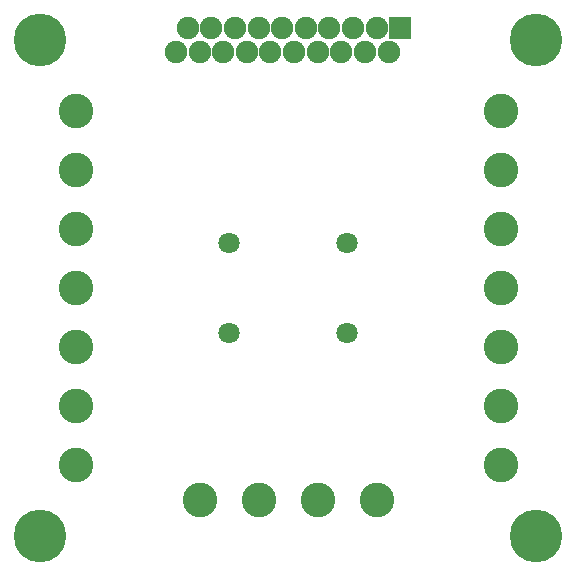
<source format=gbs>
G04 (created by PCBNEW (2013-07-07 BZR 4022)-stable) date 2/06/2014 22:41:19*
%MOIN*%
G04 Gerber Fmt 3.4, Leading zero omitted, Abs format*
%FSLAX34Y34*%
G01*
G70*
G90*
G04 APERTURE LIST*
%ADD10C,0.00393701*%
%ADD11C,0.070748*%
%ADD12C,0.115748*%
%ADD13R,0.0748031X0.0748031*%
%ADD14C,0.0748031*%
%ADD15C,0.175748*%
G04 APERTURE END LIST*
G54D10*
G54D11*
X27559Y-31027D03*
X27559Y-28027D03*
X31496Y-31027D03*
X31496Y-28027D03*
G54D12*
X22440Y-33464D03*
X22440Y-31496D03*
X22440Y-29527D03*
X22440Y-35433D03*
X22440Y-27559D03*
X22440Y-25590D03*
X22440Y-23622D03*
X36614Y-25590D03*
X36614Y-27559D03*
X36614Y-29527D03*
X36614Y-23622D03*
X36614Y-31496D03*
X36614Y-33464D03*
X36614Y-35433D03*
X30511Y-36614D03*
X28543Y-36614D03*
X26574Y-36614D03*
X32480Y-36614D03*
G54D13*
X33267Y-20866D03*
G54D14*
X32874Y-21653D03*
X32480Y-20866D03*
X32086Y-21653D03*
X31692Y-20866D03*
X31299Y-21653D03*
X30905Y-20866D03*
X30511Y-21653D03*
X30118Y-20866D03*
X29724Y-21653D03*
X29330Y-20866D03*
X28937Y-21653D03*
X28543Y-20866D03*
X28149Y-21653D03*
X27755Y-20866D03*
X27362Y-21653D03*
X26968Y-20866D03*
X26574Y-21653D03*
X26181Y-20866D03*
X25787Y-21653D03*
G54D15*
X37795Y-21259D03*
X21259Y-21259D03*
X37795Y-37795D03*
X21259Y-37795D03*
M02*

</source>
